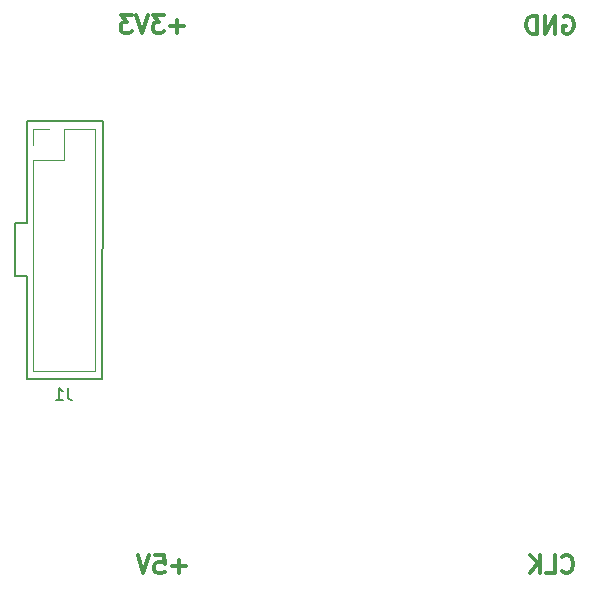
<source format=gbr>
G04 #@! TF.GenerationSoftware,KiCad,Pcbnew,5.0.2-bee76a0~70~ubuntu18.04.1*
G04 #@! TF.CreationDate,2020-08-05T10:07:10+02:00*
G04 #@! TF.ProjectId,panel_led,70616e65-6c5f-46c6-9564-2e6b69636164,rev?*
G04 #@! TF.SameCoordinates,Original*
G04 #@! TF.FileFunction,Legend,Bot*
G04 #@! TF.FilePolarity,Positive*
%FSLAX46Y46*%
G04 Gerber Fmt 4.6, Leading zero omitted, Abs format (unit mm)*
G04 Created by KiCad (PCBNEW 5.0.2-bee76a0~70~ubuntu18.04.1) date mié 05 ago 2020 10:07:10 CEST*
%MOMM*%
%LPD*%
G01*
G04 APERTURE LIST*
%ADD10C,0.200000*%
%ADD11C,0.300000*%
%ADD12C,0.120000*%
%ADD13C,0.150000*%
G04 APERTURE END LIST*
D10*
X121564400Y-92659200D02*
X121564400Y-84124800D01*
X120599200Y-92659200D02*
X121564400Y-92659200D01*
X120599200Y-97180400D02*
X120599200Y-92659200D01*
X121564400Y-97180400D02*
X120599200Y-97180400D01*
X121564400Y-97688400D02*
X121564400Y-97180400D01*
X121564400Y-105867200D02*
X121564400Y-97688400D01*
X121615200Y-105867200D02*
X121564400Y-105867200D01*
X127965200Y-105867200D02*
X121615200Y-105867200D01*
X128016000Y-84074000D02*
X127965200Y-105867200D01*
X121564400Y-84074000D02*
X128016000Y-84074000D01*
D11*
X166922497Y-122181394D02*
X166993925Y-122252822D01*
X167208211Y-122324251D01*
X167351068Y-122324251D01*
X167565354Y-122252822D01*
X167708211Y-122109965D01*
X167779640Y-121967108D01*
X167851068Y-121681394D01*
X167851068Y-121467108D01*
X167779640Y-121181394D01*
X167708211Y-121038537D01*
X167565354Y-120895680D01*
X167351068Y-120824251D01*
X167208211Y-120824251D01*
X166993925Y-120895680D01*
X166922497Y-120967108D01*
X165565354Y-122324251D02*
X166279640Y-122324251D01*
X166279640Y-120824251D01*
X165065354Y-122324251D02*
X165065354Y-120824251D01*
X164208211Y-122324251D02*
X164851068Y-121467108D01*
X164208211Y-120824251D02*
X165065354Y-121681394D01*
X134882877Y-76048062D02*
X133740020Y-76048062D01*
X134311448Y-76619491D02*
X134311448Y-75476634D01*
X133168591Y-75119491D02*
X132240020Y-75119491D01*
X132740020Y-75690920D01*
X132525734Y-75690920D01*
X132382877Y-75762348D01*
X132311448Y-75833777D01*
X132240020Y-75976634D01*
X132240020Y-76333777D01*
X132311448Y-76476634D01*
X132382877Y-76548062D01*
X132525734Y-76619491D01*
X132954305Y-76619491D01*
X133097162Y-76548062D01*
X133168591Y-76476634D01*
X131811448Y-75119491D02*
X131311448Y-76619491D01*
X130811448Y-75119491D01*
X130454305Y-75119491D02*
X129525734Y-75119491D01*
X130025734Y-75690920D01*
X129811448Y-75690920D01*
X129668591Y-75762348D01*
X129597162Y-75833777D01*
X129525734Y-75976634D01*
X129525734Y-76333777D01*
X129597162Y-76476634D01*
X129668591Y-76548062D01*
X129811448Y-76619491D01*
X130240020Y-76619491D01*
X130382877Y-76548062D01*
X130454305Y-76476634D01*
X135024571Y-121773142D02*
X133881714Y-121773142D01*
X134453142Y-122344571D02*
X134453142Y-121201714D01*
X132453142Y-120844571D02*
X133167428Y-120844571D01*
X133238857Y-121558857D01*
X133167428Y-121487428D01*
X133024571Y-121416000D01*
X132667428Y-121416000D01*
X132524571Y-121487428D01*
X132453142Y-121558857D01*
X132381714Y-121701714D01*
X132381714Y-122058857D01*
X132453142Y-122201714D01*
X132524571Y-122273142D01*
X132667428Y-122344571D01*
X133024571Y-122344571D01*
X133167428Y-122273142D01*
X133238857Y-122201714D01*
X131953142Y-120844571D02*
X131453142Y-122344571D01*
X130953142Y-120844571D01*
X167022637Y-75234100D02*
X167165494Y-75162671D01*
X167379780Y-75162671D01*
X167594065Y-75234100D01*
X167736922Y-75376957D01*
X167808351Y-75519814D01*
X167879780Y-75805528D01*
X167879780Y-76019814D01*
X167808351Y-76305528D01*
X167736922Y-76448385D01*
X167594065Y-76591242D01*
X167379780Y-76662671D01*
X167236922Y-76662671D01*
X167022637Y-76591242D01*
X166951208Y-76519814D01*
X166951208Y-76019814D01*
X167236922Y-76019814D01*
X166308351Y-76662671D02*
X166308351Y-75162671D01*
X165451208Y-76662671D01*
X165451208Y-75162671D01*
X164736922Y-76662671D02*
X164736922Y-75162671D01*
X164379780Y-75162671D01*
X164165494Y-75234100D01*
X164022637Y-75376957D01*
X163951208Y-75519814D01*
X163879780Y-75805528D01*
X163879780Y-76019814D01*
X163951208Y-76305528D01*
X164022637Y-76448385D01*
X164165494Y-76591242D01*
X164379780Y-76662671D01*
X164736922Y-76662671D01*
D12*
G04 #@! TO.C,J1*
X127314000Y-84776000D02*
X124714000Y-84776000D01*
X127314000Y-84776000D02*
X127314000Y-105216000D01*
X127314000Y-105216000D02*
X122114000Y-105216000D01*
X122114000Y-87376000D02*
X122114000Y-105216000D01*
X124714000Y-87376000D02*
X122114000Y-87376000D01*
X124714000Y-84776000D02*
X124714000Y-87376000D01*
X122114000Y-84776000D02*
X122114000Y-86106000D01*
X123444000Y-84776000D02*
X122114000Y-84776000D01*
D13*
X125047333Y-106640380D02*
X125047333Y-107354666D01*
X125094952Y-107497523D01*
X125190190Y-107592761D01*
X125333047Y-107640380D01*
X125428285Y-107640380D01*
X124047333Y-107640380D02*
X124618761Y-107640380D01*
X124333047Y-107640380D02*
X124333047Y-106640380D01*
X124428285Y-106783238D01*
X124523523Y-106878476D01*
X124618761Y-106926095D01*
G04 #@! TD*
M02*

</source>
